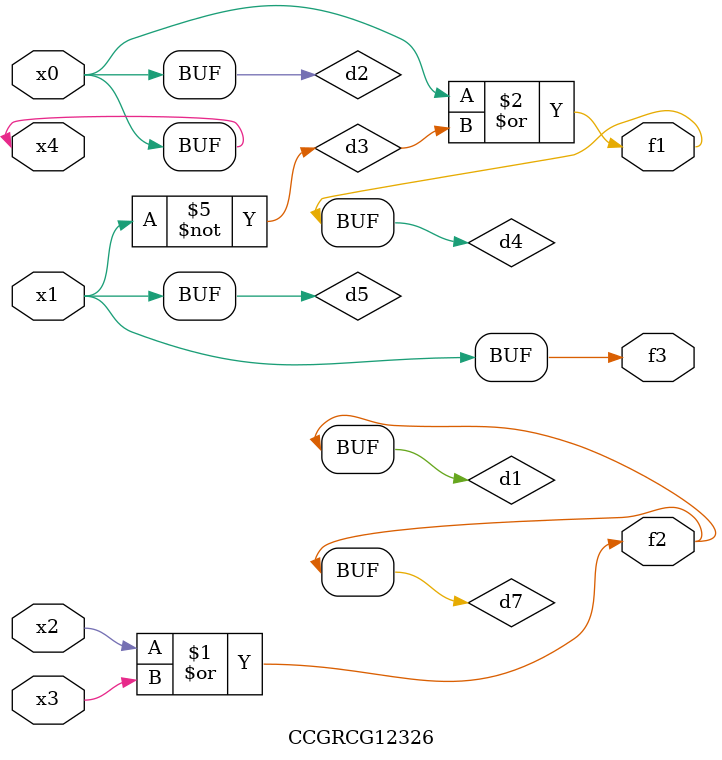
<source format=v>
module CCGRCG12326(
	input x0, x1, x2, x3, x4,
	output f1, f2, f3
);

	wire d1, d2, d3, d4, d5, d6, d7;

	or (d1, x2, x3);
	buf (d2, x0, x4);
	not (d3, x1);
	or (d4, d2, d3);
	not (d5, d3);
	nand (d6, d1, d3);
	or (d7, d1);
	assign f1 = d4;
	assign f2 = d7;
	assign f3 = d5;
endmodule

</source>
